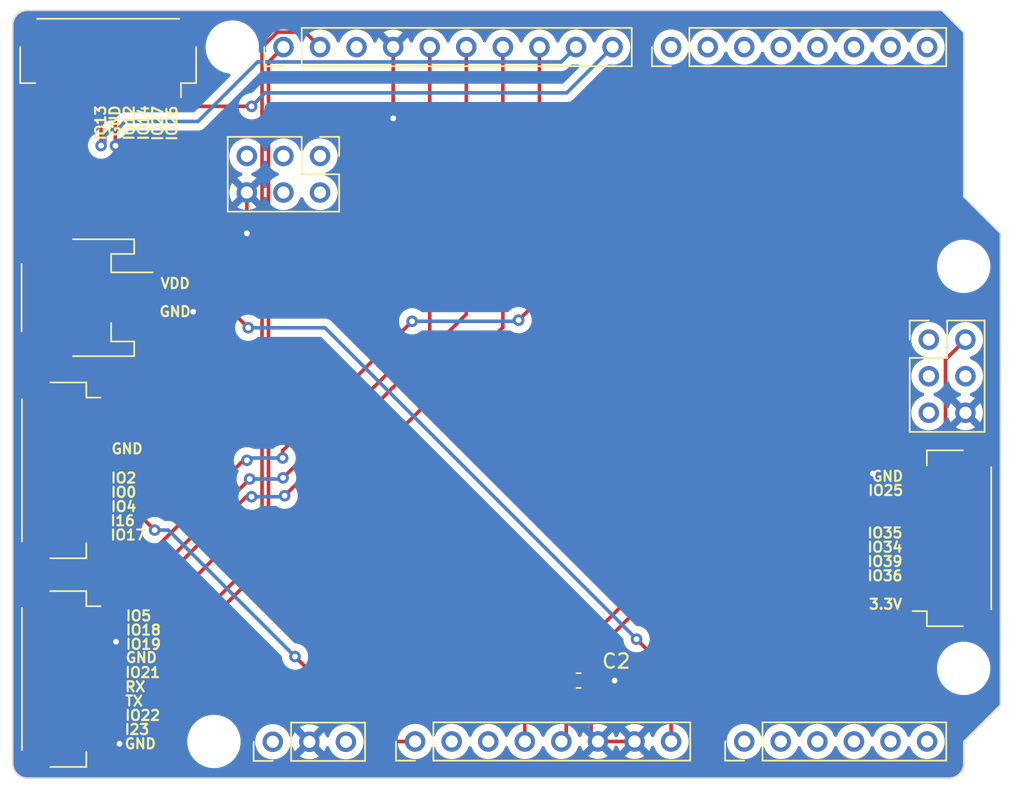
<source format=kicad_pcb>
(kicad_pcb (version 20241229) (generator "pcbnew") (generator_version "9.0")
  (title_block (title "Arduino UNO R4 Shield Template PCB") (date "2023-07-13") (rev "1.0") (company "MStackoverflow"))
  (layers (0 "F.Cu" signal) (2 "B.Cu" signal) (13 "F.Paste" user) (15 "B.Paste" user) (5 "F.SilkS" user "F.Silkscreen") (7 "B.SilkS" user "B.Silkscreen") (1 "F.Mask" user) (3 "B.Mask" user) (25 "Edge.Cuts" user))
  (net 0 "")
  (net 1 "+5V")
  (net 2 "GND")
  (net 4 "VDD")
  (net 5 "IO35")
  (net 7 "IO25")
  (net 8 "IO36")
  (net 9 "+3.3V")
  (net 10 "IO34")
  (net 11 "IO39")
  (net 16 "IO27")
  (net 20 "IO13")
  (net 21 "IO26")
  (net 25 "IO12")
  (net 26 "IO14")
  (net 31 "IO19")
  (net 32 "IO5")
  (net 33 "IO23")
  (net 34 "IO18")
  (net 35 "UOTX")
  (net 36 "UORX")
  (net 37 "IO21")
  (net 38 "IO22")
  (net 40 "IO2")
  (net 41 "IO16")
  (net 42 "IO0")
  (net 44 "IO17")
  (net 45 "IO4")
  (footprint "ArduinoPinSocket:Arduino_PinSocket_1x03_P2.54mm_Vertical" (layer "F.Cu") (at 139.595 127.75 90)
    (property "Reference" "U8" (hide yes))
    (property "Value" "Arduino_Header_OFF" (hide yes))
    (fp_line (start -1.33 -1.33) (end 0 -1.33) (stroke (width 0.12)) (layer "F.SilkS"))
    (fp_line (start -1.33 0) (end -1.33 -1.33) (stroke (width 0.12)) (layer "F.SilkS"))
    (fp_line (start 1.33 1.27) (end 1.33 6.41) (stroke (width 0.12)) (layer "F.SilkS"))
    (fp_line (start -1.33 1.27) (end 1.33 1.27) (stroke (width 0.12)) (layer "F.SilkS"))
    (fp_line (start -1.33 1.27) (end -1.33 6.41) (stroke (width 0.12)) (layer "F.SilkS"))
    (fp_line (start -1.33 6.41) (end 1.33 6.41) (stroke (width 0.12)) (layer "F.SilkS"))
    (pad "1" thru_hole circle (at 0 0 90) (size 1.422 1.422) (drill 0.85) (layers "*.Cu" "*.Mask"))
    (pad "2" thru_hole circle (at 0 2.54 90) (size 1.422 1.422) (drill 0.85) (layers "*.Cu" "*.Mask") (net 2 "GND"))
    (pad "3" thru_hole circle (at 0 5.08 90) (size 1.422 1.422) (drill 0.85) (layers "*.Cu" "*.Mask"))
  )
  (footprint "ArduinoPinSocket:Arduino_PinSocket_2x03_P2.54mm_Vertical" (layer "F.Cu") (at 185.16199 99.80501)
    (property "Reference" "U5" (hide yes))
    (property "Value" "ICSP" (hide yes))
    (fp_line (start -1.33 -1.33) (end 0 -1.33) (stroke (width 0.12)) (layer "F.SilkS"))
    (fp_line (start -1.33 0) (end -1.33 -1.33) (stroke (width 0.12)) (layer "F.SilkS"))
    (fp_line (start -1.33 1.27) (end -1.33 6.41) (stroke (width 0.12)) (layer "F.SilkS"))
    (fp_line (start -1.33 1.27) (end 1.27 1.27) (stroke (width 0.12)) (layer "F.SilkS"))
    (fp_line (start -1.33 6.41) (end 3.87 6.41) (stroke (width 0.12)) (layer "F.SilkS"))
    (fp_line (start 1.27 -1.33) (end 3.87 -1.33) (stroke (width 0.12)) (layer "F.SilkS"))
    (fp_line (start 1.27 1.27) (end 1.27 -1.33) (stroke (width 0.12)) (layer "F.SilkS"))
    (fp_line (start 3.87 -1.33) (end 3.87 6.41) (stroke (width 0.12)) (layer "F.SilkS"))
    (pad "1" thru_hole circle (at 0 0) (size 1.422 1.422) (drill 0.85) (layers "*.Cu" "*.Mask"))
    (pad "2" thru_hole circle (at 2.54 0) (size 1.422 1.422) (drill 0.85) (layers "*.Cu" "*.Mask") (net 1 "+5V"))
    (pad "3" thru_hole circle (at 0 2.54) (size 1.422 1.422) (drill 0.85) (layers "*.Cu" "*.Mask"))
    (pad "4" thru_hole circle (at 2.54 2.54) (size 1.422 1.422) (drill 0.85) (layers "*.Cu" "*.Mask"))
    (pad "5" thru_hole circle (at 0 5.08) (size 1.422 1.422) (drill 0.85) (layers "*.Cu" "*.Mask"))
    (pad "6" thru_hole circle (at 2.54 5.08) (size 1.422 1.422) (drill 0.85) (layers "*.Cu" "*.Mask") (net 2 "GND"))
  )
  (footprint "Connector_JST:JST_SH_SM10B-SRSS-TB_1x10-1MP_P1.00mm_Horizontal" (layer "F.Cu") (at 124.86 108.89 -90)
    (property "Reference" "J7" (hide yes))
    (property "Value" "Conn_01x10" (hide yes))
    (fp_line (start -4.94 2.685) (end 4.94 2.685) (stroke (width 0.12)) (layer "F.SilkS"))
    (fp_line (start -6.11 0.715) (end -6.11 -1.785) (stroke (width 0.12)) (layer "F.SilkS"))
    (fp_line (start 6.11 0.715) (end 6.11 -1.785) (stroke (width 0.12)) (layer "F.SilkS"))
    (fp_line (start -6.11 -1.785) (end -5.06 -1.785) (stroke (width 0.12)) (layer "F.SilkS"))
    (fp_line (start -5.06 -1.785) (end -5.06 -2.775) (stroke (width 0.12)) (layer "F.SilkS"))
    (fp_line (start 6.11 -1.785) (end 5.06 -1.785) (stroke (width 0.12)) (layer "F.SilkS"))
    (pad "1" smd roundrect (at 4.5 -2 270) (size 0.6 1.55) (layers "F.Cu" "F.Mask" "F.Paste") (net 44 "IO17"))
    (pad "2" smd roundrect (at 3.5 -2 270) (size 0.6 1.55) (layers "F.Cu" "F.Mask" "F.Paste") (net 41 "IO16"))
    (pad "3" smd roundrect (at 2.5 -2 270) (size 0.6 1.55) (layers "F.Cu" "F.Mask" "F.Paste") (net 45 "IO4"))
    (pad "4" smd roundrect (at 1.5 -2 270) (size 0.6 1.55) (layers "F.Cu" "F.Mask" "F.Paste") (net 42 "IO0"))
    (pad "5" smd roundrect (at 0.5 -2 270) (size 0.6 1.55) (layers "F.Cu" "F.Mask" "F.Paste") (net 40 "IO2"))
    (pad "6" smd roundrect (at -0.5 -2 270) (size 0.6 1.55) (layers "F.Cu" "F.Mask" "F.Paste"))
    (pad "7" smd roundrect (at -1.5 -2 270) (size 0.6 1.55) (layers "F.Cu" "F.Mask" "F.Paste") (net 2 "GND"))
    (pad "8" smd roundrect (at -2.5 -2 270) (size 0.6 1.55) (layers "F.Cu" "F.Mask" "F.Paste"))
    (pad "9" smd roundrect (at -3.5 -2 270) (size 0.6 1.55) (layers "F.Cu" "F.Mask" "F.Paste"))
    (pad "10" smd roundrect (at -4.5 -2 270) (size 0.6 1.55) (layers "F.Cu" "F.Mask" "F.Paste"))
    (pad "MP" smd roundrect (at -5.8 1.875 270) (size 1.2 1.8) (layers "F.Cu" "F.Mask" "F.Paste") (roundrect_rratio 0.208333))
    (pad "MP" smd roundrect (at 5.8 1.875 270) (size 1.2 1.8) (layers "F.Cu" "F.Mask" "F.Paste") (roundrect_rratio 0.208333))
  )
  (footprint "Connector_JST:JST_SH_SM10B-SRSS-TB_1x10-1MP_P1.00mm_Horizontal" (layer "F.Cu") (at 124.86 123.39 -90)
    (property "Reference" "J6" (hide yes))
    (property "Value" "Conn_01x10" (hide yes))
    (fp_line (start -4.94 2.685) (end 4.94 2.685) (stroke (width 0.12)) (layer "F.SilkS"))
    (fp_line (start -6.11 0.715) (end -6.11 -1.785) (stroke (width 0.12)) (layer "F.SilkS"))
    (fp_line (start 6.11 0.715) (end 6.11 -1.785) (stroke (width 0.12)) (layer "F.SilkS"))
    (fp_line (start -6.11 -1.785) (end -5.06 -1.785) (stroke (width 0.12)) (layer "F.SilkS"))
    (fp_line (start -5.06 -1.785) (end -5.06 -2.775) (stroke (width 0.12)) (layer "F.SilkS"))
    (fp_line (start 6.11 -1.785) (end 5.06 -1.785) (stroke (width 0.12)) (layer "F.SilkS"))
    (pad "1" smd roundrect (at 4.5 -2 270) (size 0.6 1.55) (layers "F.Cu" "F.Mask" "F.Paste") (net 2 "GND"))
    (pad "2" smd roundrect (at 3.5 -2 270) (size 0.6 1.55) (layers "F.Cu" "F.Mask" "F.Paste") (net 33 "IO23"))
    (pad "3" smd roundrect (at 2.5 -2 270) (size 0.6 1.55) (layers "F.Cu" "F.Mask" "F.Paste") (net 38 "IO22"))
    (pad "4" smd roundrect (at 1.5 -2 270) (size 0.6 1.55) (layers "F.Cu" "F.Mask" "F.Paste") (net 35 "UOTX"))
    (pad "5" smd roundrect (at 0.5 -2 270) (size 0.6 1.55) (layers "F.Cu" "F.Mask" "F.Paste") (net 36 "UORX"))
    (pad "6" smd roundrect (at -0.5 -2 270) (size 0.6 1.55) (layers "F.Cu" "F.Mask" "F.Paste") (net 37 "IO21"))
    (pad "7" smd roundrect (at -1.5 -2 270) (size 0.6 1.55) (layers "F.Cu" "F.Mask" "F.Paste") (net 2 "GND"))
    (pad "8" smd roundrect (at -2.5 -2 270) (size 0.6 1.55) (layers "F.Cu" "F.Mask" "F.Paste") (net 31 "IO19"))
    (pad "9" smd roundrect (at -3.5 -2 270) (size 0.6 1.55) (layers "F.Cu" "F.Mask" "F.Paste") (net 34 "IO18"))
    (pad "10" smd roundrect (at -4.5 -2 270) (size 0.6 1.55) (layers "F.Cu" "F.Mask" "F.Paste") (net 32 "IO5"))
    (pad "MP" smd roundrect (at -5.8 1.875 270) (size 1.2 1.8) (layers "F.Cu" "F.Mask" "F.Paste") (roundrect_rratio 0.208333))
    (pad "MP" smd roundrect (at 5.8 1.875 270) (size 1.2 1.8) (layers "F.Cu" "F.Mask" "F.Paste") (roundrect_rratio 0.208333))
  )
  (footprint "Connector_JST:JST_SH_SM10B-SRSS-TB_1x10-1MP_P1.00mm_Horizontal" (layer "F.Cu") (at 186.81 113.61 90)
    (property "Reference" "J4" (hide yes))
    (property "Value" "Conn_01x10" (hide yes))
    (fp_line (start 6.11 -1.785) (end 5.06 -1.785) (stroke (width 0.12)) (layer "F.SilkS"))
    (fp_line (start -5.06 -1.785) (end -5.06 -2.775) (stroke (width 0.12)) (layer "F.SilkS"))
    (fp_line (start -6.11 -1.785) (end -5.06 -1.785) (stroke (width 0.12)) (layer "F.SilkS"))
    (fp_line (start 6.11 0.715) (end 6.11 -1.785) (stroke (width 0.12)) (layer "F.SilkS"))
    (fp_line (start -6.11 0.715) (end -6.11 -1.785) (stroke (width 0.12)) (layer "F.SilkS"))
    (fp_line (start -4.94 2.685) (end 4.94 2.685) (stroke (width 0.12)) (layer "F.SilkS"))
    (pad "1" smd roundrect (at -4.5 -2 90) (size 0.6 1.55) (layers "F.Cu" "F.Mask" "F.Paste") (net 9 "+3.3V"))
    (pad "2" smd roundrect (at -3.5 -2 90) (size 0.6 1.55) (layers "F.Cu" "F.Mask" "F.Paste"))
    (pad "3" smd roundrect (at -2.5 -2 90) (size 0.6 1.55) (layers "F.Cu" "F.Mask" "F.Paste") (net 8 "IO36"))
    (pad "4" smd roundrect (at -1.5 -2 90) (size 0.6 1.55) (layers "F.Cu" "F.Mask" "F.Paste") (net 11 "IO39"))
    (pad "5" smd roundrect (at -0.5 -2 90) (size 0.6 1.55) (layers "F.Cu" "F.Mask" "F.Paste") (net 10 "IO34"))
    (pad "6" smd roundrect (at 0.5 -2 90) (size 0.6 1.55) (layers "F.Cu" "F.Mask" "F.Paste") (net 5 "IO35"))
    (pad "7" smd roundrect (at 1.5 -2 90) (size 0.6 1.55) (layers "F.Cu" "F.Mask" "F.Paste"))
    (pad "8" smd roundrect (at 2.5 -2 90) (size 0.6 1.55) (layers "F.Cu" "F.Mask" "F.Paste"))
    (pad "9" smd roundrect (at 3.5 -2 90) (size 0.6 1.55) (layers "F.Cu" "F.Mask" "F.Paste") (net 7 "IO25"))
    (pad "10" smd roundrect (at 4.5 -2 90) (size 0.6 1.55) (layers "F.Cu" "F.Mask" "F.Paste") (net 2 "GND"))
    (pad "MP" smd roundrect (at -5.8 1.875 90) (size 1.2 1.8) (layers "F.Cu" "F.Mask" "F.Paste") (roundrect_rratio 0.208333))
    (pad "MP" smd roundrect (at 5.8 1.875 90) (size 1.2 1.8) (layers "F.Cu" "F.Mask" "F.Paste") (roundrect_rratio 0.208333))
  )
  (footprint "ArduinoMountingHole:Arduino_MountingHole" (layer "F.Cu") (at 187.58 94.71001)
    (property "Reference" "H1" (hide yes))
    (property "Value" "MountingHole1" (hide yes))
    (pad "" np_thru_hole circle (at 0 0) (size 3.19989 3.19989) (drill 3.19989) (layers "*.Cu" "*.Mask"))
  )
  (footprint "ArduinoPinSocket:Arduino_PinSocket_1x08_P2.54mm_Vertical" (layer "F.Cu") (at 167.25999 79.47001 90)
    (property "Reference" "U7" (hide yes))
    (property "Value" "Digital_2" (hide yes))
    (fp_line (start -1.33 -1.33) (end 0 -1.33) (stroke (width 0.12)) (layer "F.SilkS"))
    (fp_line (start -1.33 0) (end -1.33 -1.33) (stroke (width 0.12)) (layer "F.SilkS"))
    (fp_line (start 1.33 1.27) (end 1.33 19.11) (stroke (width 0.12)) (layer "F.SilkS"))
    (fp_line (start -1.33 1.27) (end 1.33 1.27) (stroke (width 0.12)) (layer "F.SilkS"))
    (fp_line (start -1.33 1.27) (end -1.33 19.11) (stroke (width 0.12)) (layer "F.SilkS"))
    (fp_line (start -1.33 19.11) (end 1.33 19.11) (stroke (width 0.12)) (layer "F.SilkS"))
    (pad "1" thru_hole circle (at 0 0 90) (size 1.422 1.422) (drill 0.85) (layers "*.Cu" "*.Mask"))
    (pad "2" thru_hole circle (at 0 2.54 90) (size 1.422 1.422) (drill 0.85) (layers "*.Cu" "*.Mask"))
    (pad "3" thru_hole circle (at 0 5.08 90) (size 1.422 1.422) (drill 0.85) (layers "*.Cu" "*.Mask"))
    (pad "4" thru_hole circle (at 0 7.62 90) (size 1.422 1.422) (drill 0.85) (layers "*.Cu" "*.Mask"))
    (pad "5" thru_hole circle (at 0 10.16 90) (size 1.422 1.422) (drill 0.85) (layers "*.Cu" "*.Mask"))
    (pad "6" thru_hole circle (at 0 12.7 90) (size 1.422 1.422) (drill 0.85) (layers "*.Cu" "*.Mask"))
    (pad "7" thru_hole circle (at 0 15.24 90) (size 1.422 1.422) (drill 0.85) (layers "*.Cu" "*.Mask"))
    (pad "8" thru_hole circle (at 0 17.78 90) (size 1.422 1.422) (drill 0.85) (layers "*.Cu" "*.Mask"))
  )
  (footprint "ArduinoPinSocket:Arduino_PinSocket_1x10_P2.54mm_Vertical" (layer "F.Cu") (at 140.336 79.47 90)
    (property "Reference" "U6" (hide yes))
    (property "Value" "Digital_1" (hide yes))
    (fp_line (start -1.33 -1.33) (end 0 -1.33) (stroke (width 0.12)) (layer "F.SilkS"))
    (fp_line (start -1.33 0) (end -1.33 -1.33) (stroke (width 0.12)) (layer "F.SilkS"))
    (fp_line (start 1.33 1.27) (end 1.33 24.19) (stroke (width 0.12)) (layer "F.SilkS"))
    (fp_line (start -1.33 1.27) (end 1.33 1.27) (stroke (width 0.12)) (layer "F.SilkS"))
    (fp_line (start -1.33 1.27) (end -1.33 24.19) (stroke (width 0.12)) (layer "F.SilkS"))
    (fp_line (start -1.33 24.19) (end 1.33 24.19) (stroke (width 0.12)) (layer "F.SilkS"))
    (pad "1" thru_hole circle (at 0 0 90) (size 1.422 1.422) (drill 0.85) (layers "*.Cu" "*.Mask") (net 38 "IO22"))
    (pad "2" thru_hole circle (at 0 2.54 90) (size 1.422 1.422) (drill 0.85) (layers "*.Cu" "*.Mask") (net 37 "IO21"))
    (pad "3" thru_hole circle (at 0 5.08 90) (size 1.422 1.422) (drill 0.85) (layers "*.Cu" "*.Mask"))
    (pad "4" thru_hole circle (at 0 7.62 90) (size 1.422 1.422) (drill 0.85) (layers "*.Cu" "*.Mask") (net 2 "GND"))
    (pad "5" thru_hole circle (at 0 10.16 90) (size 1.422 1.422) (drill 0.85) (layers "*.Cu" "*.Mask") (net 34 "IO18"))
    (pad "6" thru_hole circle (at 0 12.7 90) (size 1.422 1.422) (drill 0.85) (layers "*.Cu" "*.Mask") (net 31 "IO19"))
    (pad "7" thru_hole circle (at 0 15.24 90) (size 1.422 1.422) (drill 0.85) (layers "*.Cu" "*.Mask") (net 33 "IO23"))
    (pad "8" thru_hole circle (at 0 17.78 90) (size 1.422 1.422) (drill 0.85) (layers "*.Cu" "*.Mask") (net 32 "IO5"))
    (pad "9" thru_hole circle (at 0 20.32 90) (size 1.422 1.422) (drill 0.85) (layers "*.Cu" "*.Mask") (net 20 "IO13"))
    (pad "10" thru_hole circle (at 0 22.86 90) (size 1.422 1.422) (drill 0.85) (layers "*.Cu" "*.Mask") (net 25 "IO12"))
  )
  (footprint "ArduinoMountingHole:Arduino_MountingHole" (layer "F.Cu") (at 135.51 127.73)
    (property "Reference" "H4" (hide yes))
    (property "Value" "MountingHole4" (hide yes))
    (pad "" np_thru_hole circle (at 0 0) (size 3.19989 3.19989) (drill 3.19989) (layers "*.Cu" "*.Mask"))
  )
  (footprint "Connector_JST:JST_SH_SM10B-SRSS-TB_1x10-1MP_P1.00mm_Horizontal" (layer "F.Cu") (at 128.16 80.19 180)
    (property "Reference" "J5" (hide yes))
    (property "Value" "Conn_01x10" (hide yes))
    (fp_line (start 6.11 0.715) (end 6.11 -1.785) (stroke (width 0.12)) (layer "F.SilkS"))
    (fp_line (start 6.11 -1.785) (end 5.06 -1.785) (stroke (width 0.12)) (layer "F.SilkS"))
    (fp_line (start -4.94 2.685) (end 4.94 2.685) (stroke (width 0.12)) (layer "F.SilkS"))
    (fp_line (start -5.06 -1.785) (end -5.06 -2.775) (stroke (width 0.12)) (layer "F.SilkS"))
    (fp_line (start -6.11 0.715) (end -6.11 -1.785) (stroke (width 0.12)) (layer "F.SilkS"))
    (fp_line (start -6.11 -1.785) (end -5.06 -1.785) (stroke (width 0.12)) (layer "F.SilkS"))
    (pad "1" smd roundrect (at -4.5 -2 180) (size 0.6 1.55) (layers "F.Cu" "F.Mask" "F.Paste") (net 21 "IO26"))
    (pad "2" smd roundrect (at -3.5 -2 180) (size 0.6 1.55) (layers "F.Cu" "F.Mask" "F.Paste") (net 16 "IO27"))
    (pad "3" smd roundrect (at -2.5 -2 180) (size 0.6 1.55) (layers "F.Cu" "F.Mask" "F.Paste") (net 26 "IO14"))
    (pad "4" smd roundrect (at -1.5 -2 180) (size 0.6 1.55) (layers "F.Cu" "F.Mask" "F.Paste") (net 25 "IO12"))
    (pad "5" smd roundrect (at -0.5 -2 180) (size 0.6 1.55) (layers "F.Cu" "F.Mask" "F.Paste") (net 2 "GND"))
    (pad "6" smd roundrect (at 0.5 -2 180) (size 0.6 1.55) (layers "F.Cu" "F.Mask" "F.Paste") (net 20 "IO13"))
    (pad "7" smd roundrect (at 1.5 -2 180) (size 0.6 1.55) (layers "F.Cu" "F.Mask" "F.Paste"))
    (pad "8" smd roundrect (at 2.5 -2 180) (size 0.6 1.55) (layers "F.Cu" "F.Mask" "F.Paste"))
    (pad "9" smd roundrect (at 3.5 -2 180) (size 0.6 1.55) (layers "F.Cu" "F.Mask" "F.Paste"))
    (pad "10" smd roundrect (at 4.5 -2 180) (size 0.6 1.55) (layers "F.Cu" "F.Mask" "F.Paste"))
    (pad "MP" smd roundrect (at -5.8 1.875 180) (size 1.2 1.8) (layers "F.Cu" "F.Mask" "F.Paste") (roundrect_rratio 0.208333))
    (pad "MP" smd roundrect (at 5.8 1.875 180) (size 1.2 1.8) (layers "F.Cu" "F.Mask" "F.Paste") (roundrect_rratio 0.208333))
  )
  (footprint "ArduinoPinSocket:Arduino_PinSocket_1x06_P2.54mm_Vertical" (layer "F.Cu") (at 172.34 127.73 90)
    (property "Reference" "U3" (hide yes))
    (property "Value" "Analog_2" (hide yes))
    (fp_line (start -1.33 -1.33) (end 0 -1.33) (stroke (width 0.12)) (layer "F.SilkS"))
    (fp_line (start -1.33 0) (end -1.33 -1.33) (stroke (width 0.12)) (layer "F.SilkS"))
    (fp_line (start 1.33 1.27) (end 1.33 14.03) (stroke (width 0.12)) (layer "F.SilkS"))
    (fp_line (start -1.33 1.27) (end 1.33 1.27) (stroke (width 0.12)) (layer "F.SilkS"))
    (fp_line (start -1.33 1.27) (end -1.33 14.03) (stroke (width 0.12)) (layer "F.SilkS"))
    (fp_line (start -1.33 14.03) (end 1.33 14.03) (stroke (width 0.12)) (layer "F.SilkS"))
    (pad "1" thru_hole circle (at 0 0 90) (size 1.422 1.422) (drill 0.85) (layers "*.Cu" "*.Mask"))
    (pad "2" thru_hole circle (at 0 2.54 90) (size 1.422 1.422) (drill 0.85) (layers "*.Cu" "*.Mask"))
    (pad "3" thru_hole circle (at 0 5.08 90) (size 1.422 1.422) (drill 0.85) (layers "*.Cu" "*.Mask"))
    (pad "4" thru_hole circle (at 0 7.62 90) (size 1.422 1.422) (drill 0.85) (layers "*.Cu" "*.Mask"))
    (pad "5" thru_hole circle (at 0 10.16 90) (size 1.422 1.422) (drill 0.85) (layers "*.Cu" "*.Mask"))
    (pad "6" thru_hole circle (at 0 12.7 90) (size 1.422 1.422) (drill 0.85) (layers "*.Cu" "*.Mask"))
  )
  (footprint "ArduinoPinSocket:Arduino_PinSocket_1x08_P2.54mm_Vertical" (layer "F.Cu") (at 149.48 127.73 90)
    (property "Reference" "U2" (hide yes))
    (property "Value" "Analog_1" (hide yes))
    (fp_line (start -1.33 -1.33) (end 0 -1.33) (stroke (width 0.12)) (layer "F.SilkS"))
    (fp_line (start -1.33 0) (end -1.33 -1.33) (stroke (width 0.12)) (layer "F.SilkS"))
    (fp_line (start 1.33 1.27) (end 1.33 19.11) (stroke (width 0.12)) (layer "F.SilkS"))
    (fp_line (start -1.33 1.27) (end 1.33 1.27) (stroke (width 0.12)) (layer "F.SilkS"))
    (fp_line (start -1.33 1.27) (end -1.33 19.11) (stroke (width 0.12)) (layer "F.SilkS"))
    (fp_line (start -1.33 19.11) (end 1.33 19.11) (stroke (width 0.12)) (layer "F.SilkS"))
    (pad "1" thru_hole circle (at 0 0 90) (size 1.422 1.422) (drill 0.85) (layers "*.Cu" "*.Mask") (net 42 "IO0"))
    (pad "2" thru_hole circle (at 0 2.54 90) (size 1.422 1.422) (drill 0.85) (layers "*.Cu" "*.Mask"))
    (pad "3" thru_hole circle (at 0 5.08 90) (size 1.422 1.422) (drill 0.85) (layers "*.Cu" "*.Mask"))
    (pad "4" thru_hole circle (at 0 7.62 90) (size 1.422 1.422) (drill 0.85) (layers "*.Cu" "*.Mask") (net 9 "+3.3V"))
    (pad "5" thru_hole circle (at 0 10.16 90) (size 1.422 1.422) (drill 0.85) (layers "*.Cu" "*.Mask") (net 1 "+5V"))
    (pad "6" thru_hole circle (at 0 12.7 90) (size 1.422 1.422) (drill 0.85) (layers "*.Cu" "*.Mask") (net 2 "GND"))
    (pad "7" thru_hole circle (at 0 15.24 90) (size 1.422 1.422) (drill 0.85) (layers "*.Cu" "*.Mask") (net 2 "GND"))
    (pad "8" thru_hole circle (at 0 17.78 90) (size 1.422 1.422) (drill 0.85) (layers "*.Cu" "*.Mask") (net 4 "VDD"))
  )
  (footprint "Capacitor_SMD:C_0603_1608Metric_Pad1.08x0.95mm_HandSolder" (layer "F.Cu") (at 160.84 123.5)
    (property "Reference" "C2" (at 2.61 -1.35 0) (layer "F.SilkS"))
    (property "Value" "100nF")
    (fp_line (start -0.146267 -0.51) (end 0.146267 -0.51) (stroke (width 0.12)) (layer "F.SilkS"))
    (fp_line (start -0.146267 0.51) (end 0.146267 0.51) (stroke (width 0.12)) (layer "F.SilkS"))
    (pad "1" smd roundrect (at -0.8625 0) (size 1.075 0.95) (layers "F.Cu" "F.Mask" "F.Paste") (net 1 "+5V"))
    (pad "2" smd roundrect (at 0.8625 0) (size 1.075 0.95) (layers "F.Cu" "F.Mask" "F.Paste") (net 2 "GND"))
  )
  (footprint "ArduinoMountingHole:Arduino_MountingHole" (layer "F.Cu") (at 136.77999 79.47001)
    (property "Reference" "H2" (hide yes))
    (property "Value" "MountingHole2" (hide yes))
    (pad "" np_thru_hole circle (at 0 0) (size 3.19989 3.19989) (drill 3.19989) (layers "*.Cu" "*.Mask"))
  )
  (footprint "Connector_JST:JST_PH_S2B-PH-SM4-TB_1x02-1MP_P2.00mm_Horizontal" (layer "F.Cu") (at 126.66 96.89 -90)
    (property "Reference" "VDD" (at -0.99 -6.16 180) (layer "F.SilkS") (effects (font (size 0.7 0.7))))
    (property "Value" "Conn_01x02" (hide yes))
    (fp_line (start -2.34 4.51) (end 2.34 4.51) (stroke (width 0.12)) (layer "F.SilkS"))
    (fp_line (start -4.06 0.94) (end -4.06 -3.31) (stroke (width 0.12)) (layer "F.SilkS"))
    (fp_line (start 4.06 0.94) (end 4.06 -3.31) (stroke (width 0.12)) (layer "F.SilkS"))
    (fp_line (start -3.04 -1.71) (end -1.76 -1.71) (stroke (width 0.12)) (layer "F.SilkS"))
    (fp_line (start -1.76 -1.71) (end -1.76 -4.6) (stroke (width 0.12)) (layer "F.SilkS"))
    (fp_line (start 3.04 -1.71) (end 1.76 -1.71) (stroke (width 0.12)) (layer "F.SilkS"))
    (fp_line (start -4.06 -3.31) (end -3.04 -3.31) (stroke (width 0.12)) (layer "F.SilkS"))
    (fp_line (start -3.04 -3.31) (end -3.04 -1.71) (stroke (width 0.12)) (layer "F.SilkS"))
    (fp_line (start 3.04 -3.31) (end 3.04 -1.71) (stroke (width 0.12)) (layer "F.SilkS"))
    (fp_line (start 4.06 -3.31) (end 3.04 -3.31) (stroke (width 0.12)) (layer "F.SilkS"))
    (pad "1" smd roundrect (at -1 -2.85 270) (size 1 3.5) (layers "F.Cu" "F.Mask" "F.Paste") (net 4 "VDD"))
    (pad "2" smd roundrect (at 1 -2.85 270) (size 1 3.5) (layers "F.Cu" "F.Mask" "F.Paste") (net 2 "GND"))
    (pad "MP" smd roundrect (at -3.35 2.9 270) (size 1.5 3.4) (layers "F.Cu" "F.Mask" "F.Paste") (roundrect_rratio 0.166667))
    (pad "MP" smd roundrect (at 3.35 2.9 270) (size 1.5 3.4) (layers "F.Cu" "F.Mask" "F.Paste") (roundrect_rratio 0.166667))
  )
  (footprint "ArduinoPinSocket:Arduino_PinSocket_2x03_P2.54mm_Vertical" (layer "F.Cu") (at 142.876 87.0392 -90)
    (property "Reference" "U4" (hide yes))
    (property "Value" "ESP32-S3" (hide yes))
    (fp_line (start -1.33 6.41) (end 3.87 6.41) (stroke (width 0.12)) (layer "F.SilkS"))
    (fp_line (start -1.33 1.27) (end -1.33 6.41) (stroke (width 0.12)) (layer "F.SilkS"))
    (fp_line (start -1.33 1.27) (end 1.27 1.27) (stroke (width 0.12)) (layer "F.SilkS"))
    (fp_line (start 1.27 1.27) (end 1.27 -1.33) (stroke (width 0.12)) (layer "F.SilkS"))
    (fp_line (start -1.33 0) (end -1.33 -1.33) (stroke (width 0.12)) (layer "F.SilkS"))
    (fp_line (start -1.33 -1.33) (end 0 -1.33) (stroke (width 0.12)) (layer "F.SilkS"))
    (fp_line (start 1.27 -1.33) (end 3.87 -1.33) (stroke (width 0.12)) (layer "F.SilkS"))
    (fp_line (start 3.87 -1.33) (end 3.87 6.41) (stroke (width 0.12)) (layer "F.SilkS"))
    (pad "1" thru_hole circle (at 0 0 270) (size 1.422 1.422) (drill 0.85) (layers "*.Cu" "*.Mask"))
    (pad "2" thru_hole circle (at 2.54 0 270) (size 1.422 1.422) (drill 0.85) (layers "*.Cu" "*.Mask"))
    (pad "3" thru_hole circle (at 0 2.54 270) (size 1.422 1.422) (drill 0.85) (layers "*.Cu" "*.Mask"))
    (pad "4" thru_hole circle (at 2.54 2.54 270) (size 1.422 1.422) (drill 0.85) (layers "*.Cu" "*.Mask"))
    (pad "5" thru_hole circle (at 0 5.08 270) (size 1.422 1.422) (drill 0.85) (layers "*.Cu" "*.Mask"))
    (pad "6" thru_hole circle (at 2.54 5.08 270) (size 1.422 1.422) (drill 0.85) (layers "*.Cu" "*.Mask") (net 2 "GND"))
  )
  (footprint "ArduinoMountingHole:Arduino_MountingHole" (layer "F.Cu") (at 187.58 122.65)
    (property "Reference" "H3" (hide yes))
    (property "Value" "MountingHole3" (hide yes))
    (pad "" np_thru_hole circle (at 0 0) (size 3.19989 3.19989) (drill 3.19989) (layers "*.Cu" "*.Mask"))
  )
  (gr_line (start 186.056 76.93) (end 187.58 78.454) (stroke (width 0.1)) (layer "Edge.Cuts"))
  (gr_line (start 187.58 89.884) (end 190.12 92.424) (stroke (width 0.1)) (layer "Edge.Cuts"))
  (gr_arc (start 187.58 129.254) (mid 187.28242 129.97242) (end 186.564 130.27) (stroke (width 0.1)) (layer "Edge.Cuts"))
  (gr_line (start 190.12 92.424) (end 190.12 125.19) (stroke (width 0.1)) (layer "Edge.Cuts"))
  (gr_line (start 186.564 130.27) (end 122.556 130.27) (stroke (width 0.1)) (layer "Edge.Cuts"))
  (gr_line (start 190.12 125.19) (end 187.58 127.73) (stroke (width 0.1)) (layer "Edge.Cuts"))
  (gr_line (start 187.58 78.454) (end 187.58 89.884) (stroke (width 0.1)) (layer "Edge.Cuts"))
  (gr_arc (start 121.54 77.946) (mid 121.83758 77.22758) (end 122.556 76.93) (stroke (width 0.1)) (layer "Edge.Cuts"))
  (gr_line (start 187.58 127.73) (end 187.58 129.254) (stroke (width 0.1)) (layer "Edge.Cuts"))
  (gr_arc (start 122.556 130.27) (mid 121.840161 129.97101) (end 121.543992 129.254) (stroke (width 0.1)) (layer "Edge.Cuts"))
  (gr_line (start 122.556 76.93) (end 186.056 76.93) (stroke (width 0.1)) (layer "Edge.Cuts"))
  (gr_line (start 121.54 129.254) (end 121.54 77.946) (stroke (width 0.1)) (layer "Edge.Cuts"))
  (gr_text "IO0" (at 128.27 110.41 0) (layer "F.SilkS") (effects (font (size 0.7 0.7)) (justify left)))
  (gr_text "IO25" (at 183.46 110.29 0) (layer "F.SilkS") (effects (font (size 0.7 0.7)) (justify right)))
  (gr_text "IO26" (at 132.59 83.47 90) (layer "F.SilkS") (effects (font (size 0.7 0.7)) (justify right)))
  (gr_text "GND\n" (at 129.3 121.9 0) (layer "F.SilkS") (effects (font (size 0.7 0.7)) (justify left)))
  (gr_text "3.3V" (at 183.38 118.19 0) (layer "F.SilkS") (effects (font (size 0.7 0.7)) (justify right)))
  (gr_text "I16" (at 128.24 112.39 0) (layer "F.SilkS") (effects (font (size 0.7 0.7)) (justify left)))
  (gr_text "IO36" (at 183.41 116.22 0) (layer "F.SilkS") (effects (font (size 0.7 0.7)) (justify right)))
  (gr_text "GND" (at 129.23 127.89 0) (layer "F.SilkS") (effects (font (size 0.7 0.7)) (justify left)))
  (gr_text "IO17" (at 128.24 113.38 0) (layer "F.SilkS") (effects (font (size 0.7 0.7)) (justify left)))
  (gr_text "I23" (at 129.23 126.9 0) (layer "F.SilkS") (effects (font (size 0.7 0.7)) (justify left)))
  (gr_text "GND\n" (at 132.81 97.86 0) (layer "F.SilkS") (effects (font (size 0.7 0.7))))
  (gr_text "GND" (at 183.46 109.3 0) (layer "F.SilkS") (effects (font (size 0.7 0.7)) (justify right)))
  (gr_text "IO12" (at 129.62 83.44 90) (layer "F.SilkS") (effects (font (size 0.7 0.7)) (justify right)))
  (gr_text "IO4" (at 128.27 111.41 0) (layer "F.SilkS") (effects (font (size 0.7 0.7)) (justify left)))
  (gr_text "IO19" (at 129.31 120.98 0) (layer "F.SilkS") (effects (font (size 0.7 0.7)) (justify left)))
  (gr_text "IO18" (at 129.31 119.99 0) (layer "F.SilkS") (effects (font (size 0.7 0.7)) (justify left)))
  (gr_text "IO14" (at 130.62 83.44 90) (layer "F.SilkS") (effects (font (size 0.7 0.7)) (justify right)))
  (gr_text "IO34" (at 183.41 114.23 0) (layer "F.SilkS") (effects (font (size 0.7 0.7)) (justify right)))
  (gr_text "IO13" (at 127.64 83.44 90) (layer "F.SilkS") (effects (font (size 0.7 0.7)) (justify right)))
  (gr_text "GND\n" (at 128.31 107.39 0) (layer "F.SilkS") (effects (font (size 0.7 0.7)) (justify left)))
  (gr_text "GND" (at 128.63 83.44 90) (layer "F.SilkS") (effects (font (size 0.7 0.7)) (justify right)))
  (gr_text "IO35" (at 183.41 113.24 0) (layer "F.SilkS") (effects (font (size 0.7 0.7)) (justify right)))
  (gr_text "TX" (at 129.26 124.92 0) (layer "F.SilkS") (effects (font (size 0.7 0.7)) (justify left)))
  (gr_text "IO27" (at 131.6 83.47 90) (layer "F.SilkS") (effects (font (size 0.7 0.7)) (justify right)))
  (gr_text "IO22" (at 129.26 125.92 0) (layer "F.SilkS") (effects (font (size 0.7 0.7)) (justify left)))
  (gr_text "IO2" (at 128.27 109.42 0) (layer "F.SilkS") (effects (font (size 0.7 0.7)) (justify left)))
  (gr_text "RX" (at 129.26 123.93 0) (layer "F.SilkS") (effects (font (size 0.7 0.7)) (justify left)))
  (gr_text "IO39" (at 183.41 115.22 0) (layer "F.SilkS") (effects (font (size 0.7 0.7)) (justify right)))
  (gr_text "IO21" (at 129.26 122.94 0) (layer "F.SilkS") (effects (font (size 0.7 0.7)) (justify left)))
  (gr_text "IO5" (at 129.31 119 0) (layer "F.SilkS") (effects (font (size 0.7 0.7)) (justify left)))
  (segment (start 164.7415 118.736) (end 159.9775 123.5) (width 0.25) (layer "F.Cu") (net 1))
  (segment (start 159.9775 127.3925) (end 159.64 127.73) (width 0.25) (layer "F.Cu") (net 1))
  (segment (start 186.317 101.19) (end 186.317 118.055322) (width 0.25) (layer "F.Cu") (net 1))
  (segment (start 159.9775 123.5) (end 159.9775 127.3925) (width 0.25) (layer "F.Cu") (net 1))
  (segment (start 185.636322 118.736) (end 164.7415 118.736) (width 0.25) (layer "F.Cu") (net 1))
  (segment (start 186.317 118.055322) (end 185.636322 118.736) (width 0.25) (layer "F.Cu") (net 1))
  (segment (start 187.70199 99.80501) (end 186.317 101.19) (width 0.25) (layer "F.Cu") (net 1))
  (segment (start 147.96 83.378) (end 147.956 83.374) (width 0.25) (layer "F.Cu") (net 2))
  (segment (start 137.8 92.42) (end 137.796 92.416) (width 0.25) (layer "F.Cu") (net 2))
  (segment (start 147.956 83.374) (end 147.956 79.47) (width 0.25) (layer "F.Cu") (net 2))
  (segment (start 184.81 109.11) (end 181.27 109.11) (width 0.25) (layer "F.Cu") (net 2))
  (segment (start 128.66 82.19) (end 128.66 86.32015) (width 0.25) (layer "F.Cu") (net 2))
  (segment (start 129.51 97.89) (end 134.04 97.89) (width 0.25) (layer "F.Cu") (net 2))
  (segment (start 126.86 127.89) (end 128.95 127.89) (width 0.25) (layer "F.Cu") (net 2))
  (segment (start 126.86 107.39) (end 131.56 107.39) (width 0.25) (layer "F.Cu") (net 2))
  (segment (start 162.18 127.73) (end 164.72 127.73) (width 0.25) (layer "F.Cu") (net 2))
  (segment (start 161.7025 123.5) (end 163.34 123.5) (width 0.25) (layer "F.Cu") (net 2))
  (segment (start 126.86 121.89) (end 127.609694 121.89) (width 0.25) (layer "F.Cu") (net 2))
  (segment (start 128.66 86.32015) (end 128.669951 86.330101) (width 0.25) (layer "F.Cu") (net 2))
  (segment (start 131.56 107.39) (end 131.6 107.35) (width 0.25) (layer "F.Cu") (net 2))
  (segment (start 137.796 89.5792) (end 137.796 92.416) (width 0.25) (layer "F.Cu") (net 2))
  (segment (start 127.609694 121.89) (end 128.704846 120.794848) (width 0.25) (layer "F.Cu") (net 2))
  (segment (start 147.96 84.42) (end 147.96 83.378) (width 0.25) (layer "F.Cu") (net 2))
  (segment (start 131.6 99.98) (end 131.6 107.35) (width 0.25) (layer "F.Cu") (net 2))
  (segment (start 134.04 97.89) (end 134.07 97.86) (width 0.25) (layer "F.Cu") (net 2))
  (segment (start 161.7025 127.2525) (end 162.18 127.73) (width 0.25) (layer "F.Cu") (net 2))
  (segment (start 129.51 97.89) (end 131.6 99.98) (width 0.25) (layer "F.Cu") (net 2))
  (segment (start 161.7025 123.5) (end 161.7025 127.2525) (width 0.25) (layer "F.Cu") (net 2))
  (via (at 128.704846 120.794848) (size 0.8) (drill 0.4) (layers "F.Cu" "B.Cu") (net 2))
  (via (at 163.34 123.5) (size 0.8) (drill 0.4) (layers "F.Cu" "B.Cu") (net 2))
  (via (at 137.796 92.416) (size 0.8) (drill 0.4) (layers "F.Cu" "B.Cu") (net 2))
  (via (at 128.669951 86.330101) (size 0.8) (drill 0.4) (layers "F.Cu" "B.Cu") (net 2))
  (via (at 128.95 127.89) (size 0.8) (drill 0.4) (layers "F.Cu" "B.Cu") (net 2))
  (via (at 181.27 109.11) (size 0.8) (drill 0.4) (layers "F.Cu" "B.Cu") (net 2))
  (via (at 147.96 84.42) (size 0.8) (drill 0.4) (layers "F.Cu" "B.Cu") (net 2))
  (via (at 134.07 97.86) (size 0.8) (drill 0.4) (layers "F.Cu" "B.Cu") (net 2))
  (segment (start 128.704846 120.794848) (end 128.95 121.040002) (width 0.25) (layer "B.Cu") (net 2))
  (segment (start 134.8 95.89) (end 137.89 98.98) (width 0.25) (layer "F.Cu") (net 4))
  (segment (start 164.86 120.62) (end 167.26 123.02) (width 0.25) (layer "F.Cu") (net 4))
  (segment (start 167.26 123.02) (end 167.26 127.73) (width 0.25) (layer "F.Cu") (net 4))
  (segment (start 129.51 95.89) (end 134.8 95.89) (width 0.25) (layer "F.Cu") (net 4))
  (via (at 164.86 120.62) (size 0.8) (drill 0.4) (layers "F.Cu" "B.Cu") (net 4))
  (via (at 137.89 98.98) (size 0.8) (drill 0.4) (layers "F.Cu" "B.Cu") (net 4))
  (segment (start 143.22 98.98) (end 164.86 120.62) (width 0.25) (layer "B.Cu") (net 4))
  (segment (start 137.89 98.98) (end 143.22 98.98) (width 0.25) (layer "B.Cu") (net 4))
  (segment (start 184.81 118.11) (end 164.02651 118.11) (width 0.25) (layer "F.Cu") (net 9))
  (segment (start 164.02651 118.11) (end 157.1 125.03651) (width 0.25) (layer "F.Cu") (net 9))
  (segment (start 157.1 125.03651) (end 157.1 127.73) (width 0.25) (layer "F.Cu") (net 9))
  (segment (start 127.67 84.64) (end 127.66 84.63) (width 0.25) (layer "F.Cu") (net 20))
  (segment (start 127.67 86.32) (end 127.67 84.64) (width 0.25) (layer "F.Cu") (net 20))
  (segment (start 127.66 84.63) (end 127.66 82.19) (width 0.25) (layer "F.Cu") (net 20))
  (via (at 127.67 86.32) (size 0.8) (drill 0.4) (layers "F.Cu" "B.Cu") (net 20))
  (segment (start 159.619 80.507) (end 160.656 79.47) (width 0.25) (layer "B.Cu") (net 20))
  (segment (start 129.35 84.64) (end 134.404408 84.64) (width 0.25) (layer "B.Cu") (net 20))
  (segment (start 127.934 86.056) (end 127.934 85.62928) (width 0.25) (layer "B.Cu") (net 20))
  (segment (start 127.67 86.32) (end 127.934 86.056) (width 0.25) (layer "B.Cu") (net 20))
  (segment (start 128.786 85.204) (end 129.35 84.64) (width 0.25) (layer "B.Cu") (net 20))
  (segment (start 138.537408 80.507) (end 159.619 80.507) (width 0.25) (layer "B.Cu") (net 20))
  (segment (start 127.934 85.62928) (end 128.35928 85.204) (width 0.25) (layer "B.Cu") (net 20))
  (segment (start 128.35928 85.204) (end 128.786 85.204) (width 0.25) (layer "B.Cu") (net 20))
  (segment (start 134.404408 84.64) (end 138.537408 80.507) (width 0.25) (layer "B.Cu") (net 20))
  (segment (start 130.285001 83.59) (end 138.123 83.59) (width 0.25) (layer "F.Cu") (net 25))
  (segment (start 129.66 82.19) (end 129.66 82.964999) (width 0.25) (layer "F.Cu") (net 25))
  (segment (start 129.66 82.964999) (end 130.285001 83.59) (width 0.25) (layer "F.Cu") (net 25))
  (via (at 138.123 83.59) (size 0.8) (drill 0.4) (layers "F.Cu" "B.Cu") (net 25))
  (segment (start 138.123 83.59) (end 139.059 82.654) (width 0.25) (layer "B.Cu") (net 25))
  (segment (start 160.012 82.654) (end 163.196 79.47) (width 0.25) (layer "B.Cu") (net 25))
  (segment (start 139.059 82.654) (end 160.012 82.654) (width 0.25) (layer "B.Cu") (net 25))
  (segment (start 137.752974 110.72) (end 138.123 110.72) (width 0.25) (layer "F.Cu") (net 31))
  (segment (start 140.42 110.65) (end 153.036 98.034) (width 0.25) (layer "F.Cu") (net 31))
  (segment (start 127.582974 120.89) (end 137.752974 110.72) (width 0.25) (layer "F.Cu") (net 31))
  (segment (start 126.86 120.89) (end 127.582974 120.89) (width 0.25) (layer "F.Cu") (net 31))
  (segment (start 153.036 98.034) (end 153.036 79.47) (width 0.25) (layer "F.Cu") (net 31))
  (via (at 140.42 110.65) (size 0.8) (drill 0.4) (layers "F.Cu" "B.Cu") (net 31))
  (via (at 138.123 110.72) (size 0.8) (drill 0.4) (layers "F.Cu" "B.Cu") (net 31))
  (segment (start 138.123 110.72) (end 140.35 110.72) (width 0.25) (layer "B.Cu") (net 31))
  (segment (start 140.35 110.72) (end 140.42 110.65) (width 0.25) (layer "B.Cu") (net 31))
  (segment (start 140.28 108.03) (end 140.28 107.52) (width 0.25) (layer "F.Cu") (net 32))
  (segment (start 156.67 98.45) (end 158.116 97.004) (width 0.25) (layer "F.Cu") (net 32))
  (segment (start 158.116 97.004) (end 158.116 79.47) (width 0.25) (layer "F.Cu") (net 32))
  (segment (start 126.86 118.89) (end 137.56 108.19) (width 0.25) (layer "F.Cu") (net 32))
  (segment (start 137.56 108.19) (end 137.8 108.19) (width 0.25) (layer "F.Cu") (net 32))
  (segment (start 140.28 107.52) (end 149.27 98.53) (width 0.25) (layer "F.Cu") (net 32))
  (via (at 140.28 108.03) (size 0.8) (drill 0.4) (layers "F.Cu" "B.Cu") (net 32))
  (via (at 137.8 108.19) (size 0.8) (drill 0.4) (layers "F.Cu" "B.Cu") (net 32))
  (via (at 149.27 98.53) (size 0.8) (drill 0.4) (layers "F.Cu" "B.Cu") (net 32))
  (via (at 156.67 98.45) (size 0.8) (drill 0.4) (layers "F.Cu" "B.Cu") (net 32))
  (segment (start 137.8 108.19) (end 137.96 108.03) (width 0.25) (layer "B.Cu") (net 32))
  (segment (start 137.96 108.03) (end 140.28 108.03) (width 0.25) (layer "B.Cu") (net 32))
  (segment (start 156.59 98.53) (end 156.67 98.45) (width 0.25) (layer "B.Cu") (net 32))
  (segment (start 149.27 98.53) (end 156.59 98.53) (width 0.25) (layer "B.Cu") (net 32))
  (segment (start 155.576 98.948999) (end 155.576 79.47) (width 0.25) (layer "F.Cu") (net 33))
  (segment (start 127.634999 126.89) (end 155.576 98.948999) (width 0.25) (layer "F.Cu") (net 33))
  (segment (start 126.86 126.89) (end 127.634999 126.89) (width 0.25) (layer "F.Cu") (net 33))
  (segment (start 140.31 109.41) (end 150.496 99.224) (width 0.25) (layer "F.Cu") (net 34))
  (segment (start 126.86 119.89) (end 127.59 119.89) (width 0.25) (layer "F.Cu") (net 34))
  (segment (start 150.496 99.224) (end 150.496 79.47) (width 0.25) (layer "F.Cu") (net 34))
  (segment (start 127.59 119.89) (end 137.99 109.49) (width 0.25) (layer "F.Cu") (net 34))
  (via (at 140.31 109.41) (size 0.8) (drill 0.4) (layers "F.Cu" "B.Cu") (net 34))
  (via (at 137.99 109.49) (size 0.8) (drill 0.4) (layers "F.Cu" "B.Cu") (net 34))
  (segment (start 137.99 109.49) (end 140.23 109.49) (width 0.25) (layer "B.Cu") (net 34))
  (segment (start 140.23 109.49) (end 140.31 109.41) (width 0.25) (layer "B.Cu") (net 34))
  (segment (start 126.86 122.89) (end 127.634999 122.89) (width 0.25) (layer "F.Cu") (net 37))
  (segment (start 127.634999 122.89) (end 138.848 111.676999) (width 0.25) (layer "F.Cu") (net 37))
  (segment (start 139.90646 78.433) (end 141.839 78.433) (width 0.25) (layer "F.Cu") (net 37))
  (segment (start 141.839 78.433) (end 142.876 79.47) (width 0.25) (layer "F.Cu") (net 37))
  (segment (start 138.848 79.49146) (end 139.90646 78.433) (width 0.25) (layer "F.Cu") (net 37))
  (segment (start 138.848 111.676999) (end 138.848 79.49146) (width 0.25) (layer "F.Cu") (net 37))
  (segment (start 127.634999 125.89) (end 139.299 114.225999) (width 0.25) (layer "F.Cu") (net 38))
  (segment (start 126.86 125.89) (end 127.634999 125.89) (width 0.25) (layer "F.Cu") (net 38))
  (segment (start 139.299 80.507) (end 140.336 79.47) (width 0.25) (layer "F.Cu") (net 38))
  (segment (start 139.299 114.225999) (end 139.299 80.507) (width 0.25) (layer "F.Cu") (net 38))
  (segment (start 141.14 121.83) (end 147.04 127.73) (width 0.25) (layer "F.Cu") (net 42))
  (segment (start 128.74 110.39) (end 131.39 113.04) (width 0.25) (layer "F.Cu") (net 42))
  (segment (start 147.04 127.73) (end 149.48 127.73) (width 0.25) (layer "F.Cu") (net 42))
  (segment (start 126.86 110.39) (end 128.74 110.39) (width 0.25) (layer "F.Cu") (net 42))
  (via (at 141.14 121.83) (size 0.8) (drill 0.4) (layers "F.Cu" "B.Cu") (net 42))
  (via (at 131.39 113.04) (size 0.8) (drill 0.4) (layers "F.Cu" "B.Cu") (net 42))
  (segment (start 131.39 113.04) (end 132.35 113.04) (width 0.25) (layer "B.Cu") (net 42))
  (segment (start 132.35 113.04) (end 141.14 121.83) (width 0.25) (layer "B.Cu") (net 42))
  (zone (net 2) (net_name "GND") (layer "B.Cu") (connect_pads (clearance 0.508)) (min_thickness 0.25) (fill yes (thermal_gap 0.5) (thermal_bridge_width 0.5))
    (polygon (pts (xy 120.65 76.2) (xy 191.77 76.2) (xy 191.77 130.81) (xy 120.65 130.81)))
  )
)
</source>
